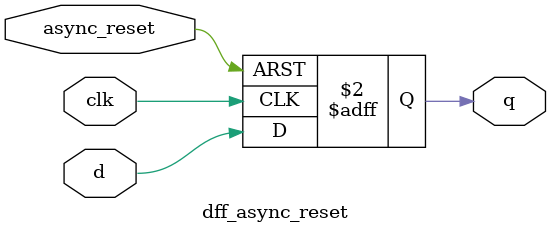
<source format=v>
module dff_async_reset ( 
	input 		clk ,  
	input 		async_reset , 
	input 		d , 
	output 	reg 	q 
);

always @ (posedge clk , posedge async_reset)
begin
	if(async_reset)
		q <= 1'b0;
	else	
		q <= d;
end

endmodule

</source>
